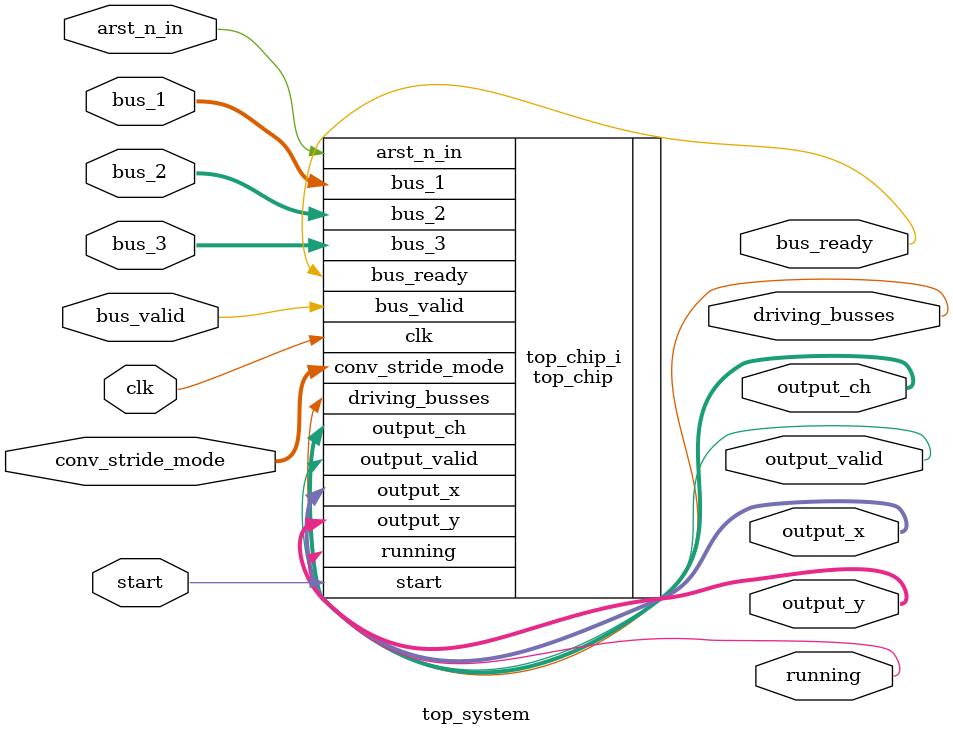
<source format=sv>
module top_system #(
    // these initial values are overwritten by tbench_top
    parameter int IO_DATA_WIDTH = 16,
    parameter int ACCUMULATION_WIDTH = 32,
    parameter int FEATURE_MAP_WIDTH = 1024,
    parameter int FEATURE_MAP_HEIGHT = 1024,
    parameter int INPUT_NB_CHANNELS = 64,
    parameter int OUTPUT_NB_CHANNELS = 64
) (
    input logic clk,
    input logic arst_n_in, //asynchronous reset, active low

    input logic [1:0] conv_stride_mode,
    // Currently support 3 modes:
    // 0: step = 1, 1: step = 2, 2: step = 4

    //bidirectional data lines
    inout wire [IO_DATA_WIDTH-1:0] bus_1, 
    inout wire [IO_DATA_WIDTH-1:0] bus_2, 
    inout wire [IO_DATA_WIDTH-1:0] bus_3, 
    
    // handshake signals
    input logic bus_valid,
    output logic bus_ready,
    
    // is dut driving cons?
    output logic driving_busses,
    
    // output control signals
    output logic output_valid,
    output logic [$clog2(FEATURE_MAP_WIDTH)-1:0] output_x,
    output logic [$clog2(FEATURE_MAP_HEIGHT)-1:0] output_y,
    output logic [$clog2(OUTPUT_NB_CHANNELS)-1:0] output_ch,


    input  logic start,
    output logic running
);


  top_chip #(
      .IO_DATA_WIDTH(IO_DATA_WIDTH),
      .ACCUMULATION_WIDTH(ACCUMULATION_WIDTH),
      .FEATURE_MAP_WIDTH(FEATURE_MAP_WIDTH),
      .FEATURE_MAP_HEIGHT(FEATURE_MAP_HEIGHT),
      .INPUT_NB_CHANNELS(INPUT_NB_CHANNELS),
      .OUTPUT_NB_CHANNELS(OUTPUT_NB_CHANNELS)
  ) top_chip_i (
      .clk(clk),
      .arst_n_in(arst_n_in),

      .conv_stride_mode(conv_stride_mode),

      .bus_1(bus_1),
      .bus_2(bus_2),
      .bus_3(bus_3),

      .bus_valid(bus_valid),
      .bus_ready(bus_ready),
      
      .driving_busses(driving_busses),

      .output_valid(output_valid),
      .output_x(output_x),
      .output_y(output_y),
      .output_ch(output_ch),

      .start  (start),
      .running(running)
  );

endmodule

</source>
